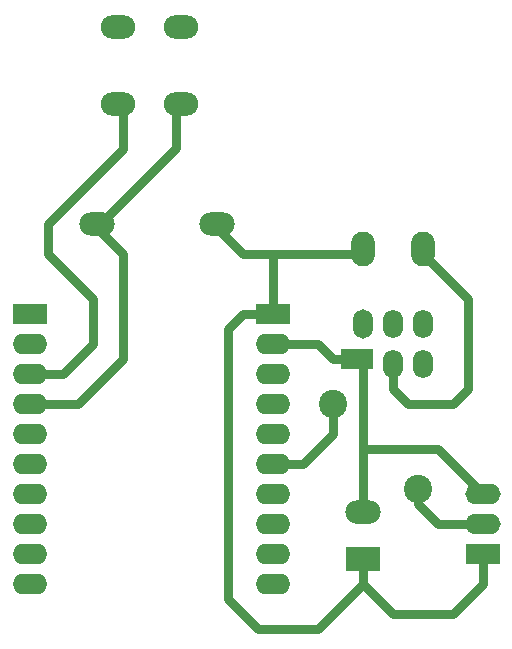
<source format=gbr>
G04 #@! TF.FileFunction,Copper,L1,Top,Signal*
%FSLAX46Y46*%
G04 Gerber Fmt 4.6, Leading zero omitted, Abs format (unit mm)*
G04 Created by KiCad (PCBNEW 4.0.4-stable) date 10/22/16 14:02:01*
%MOMM*%
%LPD*%
G01*
G04 APERTURE LIST*
%ADD10C,0.100000*%
%ADD11C,2.400000*%
%ADD12O,3.000000X2.000000*%
%ADD13R,3.000000X2.000000*%
%ADD14O,2.032000X2.932000*%
%ADD15O,2.932000X1.727200*%
%ADD16R,2.932000X1.727200*%
%ADD17R,3.000000X1.727200*%
%ADD18O,3.000000X1.727200*%
%ADD19O,2.998980X1.998980*%
%ADD20O,2.900000X2.000000*%
%ADD21R,2.700000X1.700000*%
%ADD22O,1.700000X2.400000*%
%ADD23O,1.700000X2.500000*%
%ADD24C,0.800000*%
%ADD25C,0.300000*%
G04 APERTURE END LIST*
D10*
D11*
X142240000Y-86360000D03*
X149424205Y-93544205D03*
D12*
X144780000Y-95520000D03*
D13*
X144780000Y-99500000D03*
D14*
X149860000Y-73260000D03*
X144780000Y-73260000D03*
D15*
X116640000Y-101600000D03*
X116640000Y-99060000D03*
X116640000Y-96520000D03*
X116640000Y-93980000D03*
X116640000Y-91440000D03*
X116640000Y-88900000D03*
X116640000Y-86360000D03*
X116640000Y-83820000D03*
X116570000Y-81280000D03*
D16*
X116570000Y-78740000D03*
X137160000Y-78740000D03*
D15*
X137160000Y-81280000D03*
X137160000Y-83820000D03*
X137160000Y-86360000D03*
X137160000Y-88900000D03*
X137160000Y-91440000D03*
X137160000Y-93980000D03*
X137160000Y-96520000D03*
X137160000Y-99060000D03*
X137160000Y-101600000D03*
D17*
X154940000Y-99060000D03*
D18*
X154940000Y-96520000D03*
X154940000Y-93980000D03*
D19*
X122320000Y-71120000D03*
X132480000Y-71120000D03*
D20*
X129360000Y-60960000D03*
X124060000Y-60960000D03*
X129360000Y-54460000D03*
X124060000Y-54460000D03*
D21*
X144280000Y-82550000D03*
D22*
X147320000Y-82950000D03*
X149860000Y-82950000D03*
X149860000Y-79610000D03*
X147320000Y-79610000D03*
D23*
X144780000Y-79610000D03*
D24*
X147320000Y-82550000D02*
X147320000Y-85090000D01*
X147320000Y-85090000D02*
X148590000Y-86360000D01*
X148590000Y-86360000D02*
X152400000Y-86360000D01*
X152400000Y-86360000D02*
X153670000Y-85090000D01*
X153670000Y-85090000D02*
X153670000Y-77470000D01*
X153670000Y-77470000D02*
X149860000Y-73660000D01*
X144780000Y-101600000D02*
X147320000Y-104140000D01*
X154940000Y-101600000D02*
X154940000Y-99060000D01*
X152400000Y-104140000D02*
X154940000Y-101600000D01*
X147320000Y-104140000D02*
X152400000Y-104140000D01*
X144780000Y-99500000D02*
X144780000Y-101600000D01*
X144780000Y-101600000D02*
X140970000Y-105410000D01*
X140970000Y-105410000D02*
X135890000Y-105410000D01*
X135890000Y-105410000D02*
X133350000Y-102870000D01*
X133350000Y-102870000D02*
X133350000Y-80010000D01*
X133350000Y-80010000D02*
X134620000Y-78740000D01*
X134620000Y-78740000D02*
X137160000Y-78740000D01*
D25*
X154940000Y-99695000D02*
X154940000Y-99060000D01*
D24*
X137160000Y-73660000D02*
X137160000Y-78740000D01*
X144780000Y-73660000D02*
X137160000Y-73660000D01*
X137160000Y-73660000D02*
X134620000Y-73660000D01*
X134620000Y-73660000D02*
X132080000Y-71120000D01*
X154940000Y-93980000D02*
X151130000Y-90170000D01*
X151130000Y-90170000D02*
X144780000Y-90170000D01*
X144780000Y-82550000D02*
X144780000Y-90170000D01*
X144780000Y-90170000D02*
X144780000Y-95520000D01*
X144780000Y-82550000D02*
X142240000Y-82550000D01*
X140970000Y-81280000D02*
X137160000Y-81280000D01*
X142240000Y-82550000D02*
X140970000Y-81280000D01*
X116840000Y-86360000D02*
X120650000Y-86360000D01*
X120650000Y-86360000D02*
X124460000Y-82550000D01*
X124460000Y-82550000D02*
X124460000Y-73660000D01*
X124460000Y-73660000D02*
X121920000Y-71120000D01*
D25*
X121920000Y-71120000D02*
X122555000Y-71120000D01*
D24*
X122555000Y-71120000D02*
X128960000Y-64715000D01*
X128960000Y-64715000D02*
X128960000Y-60960000D01*
X124460000Y-60960000D02*
X124460000Y-64770000D01*
X119380000Y-83820000D02*
X116840000Y-83820000D01*
X121920000Y-81280000D02*
X119380000Y-83820000D01*
X121920000Y-77470000D02*
X121920000Y-81280000D01*
X118110000Y-73660000D02*
X121920000Y-77470000D01*
X118110000Y-71120000D02*
X118110000Y-73660000D01*
X124460000Y-64770000D02*
X118110000Y-71120000D01*
X137160000Y-91440000D02*
X139700000Y-91440000D01*
X139700000Y-91440000D02*
X142240000Y-88900000D01*
X142240000Y-88900000D02*
X142240000Y-86360000D01*
X154940000Y-96520000D02*
X151130000Y-96520000D01*
X151130000Y-96520000D02*
X149424205Y-94814205D01*
X149424205Y-94814205D02*
X149424205Y-93544205D01*
D25*
X154504205Y-96084205D02*
X154940000Y-96520000D01*
M02*

</source>
